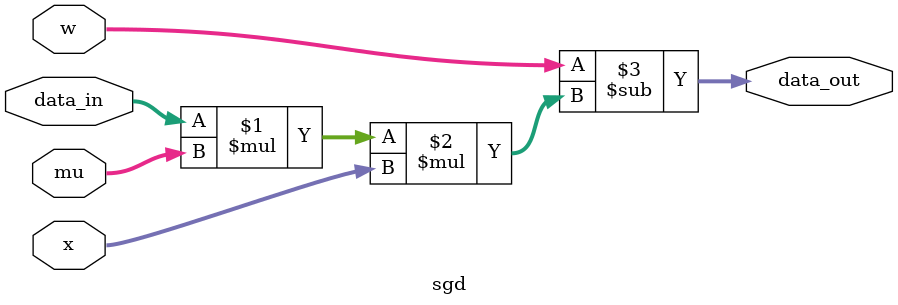
<source format=v>

module sgd#(
    parameter bitwidth =8
)(
    input [bitwidth-1:0] x,
    input [bitwidth-1:0] w,
    input [bitwidth-1:0]data_in,
    input [bitwidth-1:0]mu,
    output [bitwidth-1:0]data_out,
);
    assign data_out=w-data_in*mu*x;

endmodule
</source>
